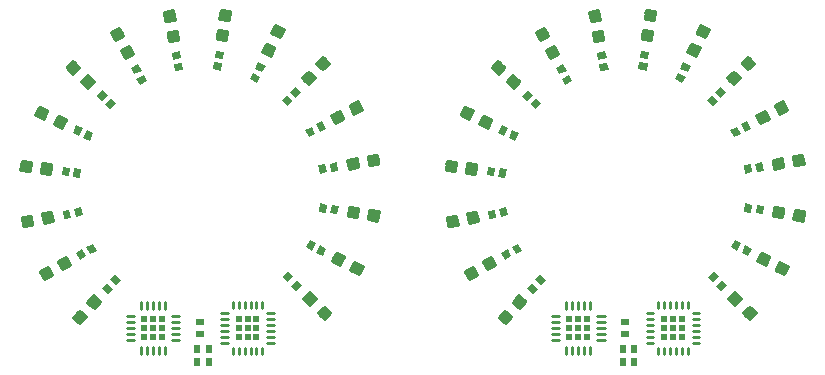
<source format=gbr>
G04 EAGLE Gerber RS-274X export*
G75*
%MOMM*%
%FSLAX34Y34*%
%LPD*%
%INSolderpaste Top*%
%IPPOS*%
%AMOC8*
5,1,8,0,0,1.08239X$1,22.5*%
G01*
%ADD10C,0.300000*%
%ADD11R,0.600000X0.700000*%
%ADD12C,0.270000*%
%ADD13R,0.500000X0.500000*%
%ADD14C,0.264000*%
%ADD15R,0.700000X0.600000*%


D10*
X120145Y119159D02*
X125247Y114367D01*
X120455Y109265D01*
X115353Y114057D01*
X120145Y119159D01*
X117421Y112115D02*
X123132Y112115D01*
X124610Y114965D02*
X116206Y114965D01*
X118883Y117815D02*
X121576Y117815D01*
X108139Y106373D02*
X113241Y101581D01*
X108449Y96479D01*
X103347Y101271D01*
X108139Y106373D01*
X105415Y99329D02*
X111126Y99329D01*
X112604Y102179D02*
X104200Y102179D01*
X106877Y105029D02*
X109570Y105029D01*
X263346Y326114D02*
X269620Y323012D01*
X263346Y326114D02*
X266448Y332388D01*
X272722Y329286D01*
X269620Y323012D01*
X271029Y325862D02*
X263856Y325862D01*
X264631Y328712D02*
X272438Y328712D01*
X268119Y331562D02*
X266040Y331562D01*
X271118Y341838D02*
X277392Y338736D01*
X271118Y341838D02*
X274220Y348112D01*
X280494Y345010D01*
X277392Y338736D01*
X278801Y341586D02*
X271628Y341586D01*
X272403Y344436D02*
X280210Y344436D01*
X275891Y347286D02*
X273812Y347286D01*
X296824Y303752D02*
X301824Y298854D01*
X296824Y303752D02*
X301722Y308752D01*
X306722Y303854D01*
X301824Y298854D01*
X304616Y301704D02*
X298915Y301704D01*
X297610Y304554D02*
X306007Y304554D01*
X303098Y307404D02*
X300401Y307404D01*
X309096Y316284D02*
X314096Y311386D01*
X309096Y316284D02*
X313994Y321284D01*
X318994Y316386D01*
X314096Y311386D01*
X316888Y314236D02*
X311187Y314236D01*
X309882Y317086D02*
X318279Y317086D01*
X315370Y319936D02*
X312673Y319936D01*
X321683Y272083D02*
X324915Y265875D01*
X321683Y272083D02*
X327891Y275315D01*
X331123Y269107D01*
X324915Y265875D01*
X323431Y268725D02*
X330389Y268725D01*
X329838Y271575D02*
X321947Y271575D01*
X326181Y274425D02*
X328354Y274425D01*
X337241Y280183D02*
X340473Y273975D01*
X337241Y280183D02*
X343449Y283415D01*
X346681Y277207D01*
X340473Y273975D01*
X338989Y276825D02*
X345947Y276825D01*
X345396Y279675D02*
X337505Y279675D01*
X341739Y282525D02*
X343912Y282525D01*
X335454Y234254D02*
X336597Y227349D01*
X335454Y234254D02*
X342359Y235397D01*
X343502Y228492D01*
X336597Y227349D01*
X336125Y230199D02*
X343219Y230199D01*
X342748Y233049D02*
X335653Y233049D01*
X352758Y237118D02*
X353901Y230213D01*
X352758Y237118D02*
X359663Y238261D01*
X360806Y231356D01*
X353901Y230213D01*
X353429Y233063D02*
X360523Y233063D01*
X360052Y235913D02*
X352957Y235913D01*
X336781Y194039D02*
X335710Y187122D01*
X336781Y194039D02*
X343698Y192968D01*
X342627Y186051D01*
X335710Y187122D01*
X335985Y188901D02*
X343068Y188901D01*
X343510Y191751D02*
X336427Y191751D01*
X354115Y191355D02*
X353044Y184438D01*
X354115Y191355D02*
X361032Y190284D01*
X359961Y183367D01*
X353044Y184438D01*
X353319Y186217D02*
X360402Y186217D01*
X360844Y189067D02*
X353761Y189067D01*
X325521Y155386D02*
X322354Y149145D01*
X325521Y155386D02*
X331762Y152219D01*
X328595Y145978D01*
X322354Y149145D01*
X322979Y148828D02*
X330041Y148828D01*
X331487Y151678D02*
X323639Y151678D01*
X325086Y154528D02*
X327212Y154528D01*
X341163Y147450D02*
X337996Y141209D01*
X341163Y147450D02*
X347404Y144283D01*
X344237Y138042D01*
X337996Y141209D01*
X338621Y140892D02*
X345683Y140892D01*
X347129Y143742D02*
X339281Y143742D01*
X340728Y146592D02*
X342854Y146592D01*
X302794Y122155D02*
X297845Y117206D01*
X302794Y122155D02*
X307743Y117206D01*
X302794Y112257D01*
X297845Y117206D01*
X299944Y115107D02*
X305644Y115107D01*
X306992Y117957D02*
X298596Y117957D01*
X301446Y120807D02*
X304142Y120807D01*
X315196Y109753D02*
X310247Y104804D01*
X315196Y109753D02*
X320145Y104804D01*
X315196Y99855D01*
X310247Y104804D01*
X312346Y102705D02*
X318046Y102705D01*
X319394Y105555D02*
X310998Y105555D01*
X313848Y108405D02*
X316544Y108405D01*
X99701Y145485D02*
X96340Y151624D01*
X99701Y145485D02*
X93562Y142124D01*
X90201Y148263D01*
X96340Y151624D01*
X98768Y144974D02*
X92002Y144974D01*
X90441Y147824D02*
X98420Y147824D01*
X96860Y150674D02*
X94605Y150674D01*
X80954Y143200D02*
X84315Y137061D01*
X78176Y133700D01*
X74815Y139839D01*
X80954Y143200D01*
X83382Y136550D02*
X76616Y136550D01*
X75055Y139400D02*
X83034Y139400D01*
X81474Y142250D02*
X79219Y142250D01*
X85104Y183004D02*
X83816Y189884D01*
X85104Y183004D02*
X78224Y181716D01*
X76936Y188596D01*
X83816Y189884D01*
X84812Y184566D02*
X77690Y184566D01*
X77157Y187416D02*
X84278Y187416D01*
X66576Y186658D02*
X67864Y179778D01*
X60984Y178490D01*
X59696Y185370D01*
X66576Y186658D01*
X67572Y181340D02*
X60450Y181340D01*
X59917Y184190D02*
X67038Y184190D01*
X82906Y223203D02*
X83819Y230142D01*
X82906Y223203D02*
X75967Y224116D01*
X76880Y231055D01*
X83819Y230142D01*
X83281Y226053D02*
X76222Y226053D01*
X76597Y228903D02*
X83656Y228903D01*
X66429Y232432D02*
X65516Y225493D01*
X58577Y226406D01*
X59490Y233345D01*
X66429Y232432D01*
X65891Y228343D02*
X58832Y228343D01*
X59207Y231193D02*
X66266Y231193D01*
X93307Y262073D02*
X96343Y268379D01*
X93307Y262073D02*
X87001Y265109D01*
X90037Y271415D01*
X96343Y268379D01*
X94679Y264923D02*
X87387Y264923D01*
X88284Y267773D02*
X96051Y267773D01*
X91682Y270623D02*
X89656Y270623D01*
X80539Y275985D02*
X77503Y269679D01*
X71197Y272715D01*
X74233Y279021D01*
X80539Y275985D01*
X78875Y272529D02*
X71583Y272529D01*
X72480Y275379D02*
X80247Y275379D01*
X75878Y278229D02*
X73852Y278229D01*
X115302Y295794D02*
X120147Y300845D01*
X115302Y295794D02*
X110251Y300639D01*
X115096Y305690D01*
X120147Y300845D01*
X118036Y298644D02*
X112331Y298644D01*
X111071Y301494D02*
X119470Y301494D01*
X116499Y304344D02*
X113805Y304344D01*
X107487Y312985D02*
X102642Y307934D01*
X97591Y312779D01*
X102436Y317830D01*
X107487Y312985D01*
X105376Y310784D02*
X99671Y310784D01*
X98411Y313634D02*
X106810Y313634D01*
X103839Y316484D02*
X101145Y316484D01*
X146697Y320998D02*
X152870Y324295D01*
X146697Y320998D02*
X143400Y327171D01*
X149573Y330468D01*
X152870Y324295D01*
X152033Y323848D02*
X145175Y323848D01*
X143653Y326698D02*
X151587Y326698D01*
X150064Y329548D02*
X147850Y329548D01*
X144608Y339767D02*
X138435Y336470D01*
X135138Y342643D01*
X141311Y345940D01*
X144608Y339767D01*
X143771Y339320D02*
X136913Y339320D01*
X135391Y342170D02*
X143325Y342170D01*
X141802Y345020D02*
X139588Y345020D01*
X184373Y335182D02*
X191266Y336397D01*
X184373Y335182D02*
X183158Y342075D01*
X190051Y343290D01*
X191266Y336397D01*
X190978Y338032D02*
X183871Y338032D01*
X183368Y340882D02*
X190475Y340882D01*
X188220Y353671D02*
X181327Y352456D01*
X180112Y359349D01*
X187005Y360564D01*
X188220Y353671D01*
X187932Y355306D02*
X180825Y355306D01*
X180322Y358156D02*
X187429Y358156D01*
X224593Y336941D02*
X231522Y335954D01*
X224593Y336941D02*
X225580Y343870D01*
X232509Y342883D01*
X231522Y335954D01*
X231928Y338804D02*
X224858Y338804D01*
X225264Y341654D02*
X232334Y341654D01*
X233994Y353320D02*
X227065Y354307D01*
X228052Y361236D01*
X234981Y360249D01*
X233994Y353320D01*
X234400Y356170D02*
X227330Y356170D01*
X227736Y359020D02*
X234806Y359020D01*
D11*
G36*
X133623Y133569D02*
X137731Y137942D01*
X142833Y133151D01*
X138725Y128778D01*
X133623Y133569D01*
G37*
G36*
X126777Y126279D02*
X130885Y130652D01*
X135987Y125861D01*
X131879Y121488D01*
X126777Y126279D01*
G37*
G36*
X260903Y305312D02*
X258245Y299934D01*
X251971Y303036D01*
X254629Y308414D01*
X260903Y305312D01*
G37*
G36*
X265333Y314276D02*
X262675Y308898D01*
X256401Y312000D01*
X259059Y317378D01*
X265333Y314276D01*
G37*
G36*
X288030Y284749D02*
X283832Y280462D01*
X278832Y285359D01*
X283030Y289646D01*
X288030Y284749D01*
G37*
G36*
X295026Y291893D02*
X290828Y287606D01*
X285828Y292503D01*
X290026Y296790D01*
X295026Y291893D01*
G37*
G36*
X307413Y256764D02*
X302092Y253994D01*
X298859Y260202D01*
X304180Y262972D01*
X307413Y256764D01*
G37*
G36*
X316283Y261382D02*
X310962Y258612D01*
X307729Y264820D01*
X313050Y267590D01*
X316283Y261382D01*
G37*
G36*
X317129Y224139D02*
X311210Y223160D01*
X310067Y230065D01*
X315986Y231044D01*
X317129Y224139D01*
G37*
G36*
X326995Y225773D02*
X321076Y224794D01*
X319933Y231699D01*
X325852Y232678D01*
X326995Y225773D01*
G37*
G36*
X316208Y190114D02*
X310279Y191032D01*
X311350Y197948D01*
X317279Y197030D01*
X316208Y190114D01*
G37*
G36*
X326090Y188584D02*
X320161Y189502D01*
X321232Y196418D01*
X327161Y195500D01*
X326090Y188584D01*
G37*
G36*
X304751Y158059D02*
X299402Y160774D01*
X302569Y167015D01*
X307918Y164300D01*
X304751Y158059D01*
G37*
G36*
X313669Y153535D02*
X308320Y156250D01*
X311487Y162491D01*
X316836Y159776D01*
X313669Y153535D01*
G37*
G36*
X283893Y131158D02*
X279650Y135401D01*
X284599Y140350D01*
X288842Y136107D01*
X283893Y131158D01*
G37*
G36*
X290965Y124086D02*
X286722Y128329D01*
X291671Y133278D01*
X295914Y129035D01*
X290965Y124086D01*
G37*
G36*
X113634Y161121D02*
X118896Y164002D01*
X122258Y157863D01*
X116996Y154982D01*
X113634Y161121D01*
G37*
G36*
X104862Y156319D02*
X110124Y159200D01*
X113486Y153061D01*
X108224Y150180D01*
X104862Y156319D01*
G37*
G36*
X103209Y193526D02*
X109105Y194630D01*
X110393Y187750D01*
X104497Y186646D01*
X103209Y193526D01*
G37*
G36*
X93379Y191686D02*
X99275Y192790D01*
X100563Y185910D01*
X94667Y184806D01*
X93379Y191686D01*
G37*
G36*
X103381Y227566D02*
X109329Y226783D01*
X108415Y219844D01*
X102467Y220627D01*
X103381Y227566D01*
G37*
G36*
X93467Y228872D02*
X99415Y228089D01*
X98501Y221150D01*
X92553Y221933D01*
X93467Y228872D01*
G37*
G36*
X114139Y259859D02*
X119545Y257257D01*
X116509Y250951D01*
X111103Y253553D01*
X114139Y259859D01*
G37*
G36*
X105129Y264195D02*
X110535Y261593D01*
X107499Y255287D01*
X102093Y257889D01*
X105129Y264195D01*
G37*
G36*
X134406Y287207D02*
X138736Y283054D01*
X133892Y278003D01*
X129562Y282156D01*
X134406Y287207D01*
G37*
G36*
X127188Y294129D02*
X131518Y289976D01*
X126674Y284925D01*
X122344Y289078D01*
X127188Y294129D01*
G37*
G36*
X162175Y306894D02*
X165001Y301603D01*
X158827Y298306D01*
X156001Y303597D01*
X162175Y306894D01*
G37*
G36*
X157465Y315716D02*
X160291Y310425D01*
X154117Y307128D01*
X151291Y312419D01*
X157465Y315716D01*
G37*
G36*
X194692Y316967D02*
X195734Y311059D01*
X188842Y309843D01*
X187800Y315751D01*
X194692Y316967D01*
G37*
G36*
X192956Y326815D02*
X193998Y320907D01*
X187106Y319691D01*
X186064Y325599D01*
X192956Y326815D01*
G37*
G36*
X228729Y316422D02*
X227884Y310483D01*
X220955Y311470D01*
X221800Y317409D01*
X228729Y316422D01*
G37*
G36*
X230139Y326322D02*
X229294Y320383D01*
X222365Y321370D01*
X223210Y327309D01*
X230139Y326322D01*
G37*
D12*
X266782Y80050D02*
X272180Y80050D01*
X272180Y85050D02*
X266782Y85050D01*
X266782Y90050D02*
X272180Y90050D01*
X272180Y95050D02*
X266782Y95050D01*
X266782Y100050D02*
X272180Y100050D01*
X272180Y105050D02*
X266782Y105050D01*
X262530Y109302D02*
X262530Y114700D01*
X257530Y114700D02*
X257530Y109302D01*
X252530Y109302D02*
X252530Y114700D01*
X247530Y114700D02*
X247530Y109302D01*
X242530Y109302D02*
X242530Y114700D01*
X237530Y114700D02*
X237530Y109302D01*
X233278Y105050D02*
X227880Y105050D01*
X227880Y100050D02*
X233278Y100050D01*
X233278Y95050D02*
X227880Y95050D01*
X227880Y90050D02*
X233278Y90050D01*
X233278Y85050D02*
X227880Y85050D01*
X227880Y80050D02*
X233278Y80050D01*
X237530Y75798D02*
X237530Y70400D01*
X242530Y70400D02*
X242530Y75798D01*
X247530Y75798D02*
X247530Y70400D01*
X252530Y70400D02*
X252530Y75798D01*
X257530Y75798D02*
X257530Y70400D01*
X262530Y70400D02*
X262530Y75798D01*
D13*
X257530Y85050D03*
X257530Y92550D03*
X257530Y100050D03*
X250030Y100050D03*
X250030Y92550D03*
X250030Y85050D03*
X242530Y85050D03*
X242530Y92550D03*
X242530Y100050D03*
D11*
X207540Y75000D03*
X217540Y75000D03*
X207540Y63750D03*
X217540Y63750D03*
D14*
X192259Y82550D02*
X186027Y82550D01*
X186027Y87550D02*
X192259Y87550D01*
X192259Y92550D02*
X186027Y92550D01*
X186027Y97550D02*
X192259Y97550D01*
X192259Y102550D02*
X186027Y102550D01*
X180020Y108557D02*
X180020Y114789D01*
X175020Y114789D02*
X175020Y108557D01*
X170020Y108557D02*
X170020Y114789D01*
X165020Y114789D02*
X165020Y108557D01*
X160020Y108557D02*
X160020Y114789D01*
X154013Y102550D02*
X147781Y102550D01*
X147781Y97550D02*
X154013Y97550D01*
X154013Y92550D02*
X147781Y92550D01*
X147781Y87550D02*
X154013Y87550D01*
X154013Y82550D02*
X147781Y82550D01*
X160020Y76543D02*
X160020Y70311D01*
X165020Y70311D02*
X165020Y76543D01*
X170020Y76543D02*
X170020Y70311D01*
X175020Y70311D02*
X175020Y76543D01*
X180020Y76543D02*
X180020Y70311D01*
D13*
X177520Y85050D03*
X177520Y92550D03*
X177520Y100050D03*
X170020Y100050D03*
X170020Y92550D03*
X170020Y85050D03*
X162520Y85050D03*
X162520Y92550D03*
X162520Y100050D03*
D15*
X209898Y97550D03*
X209898Y87550D03*
D10*
X480145Y119159D02*
X485247Y114367D01*
X480455Y109265D01*
X475353Y114057D01*
X480145Y119159D01*
X477421Y112115D02*
X483132Y112115D01*
X484610Y114965D02*
X476206Y114965D01*
X478883Y117815D02*
X481576Y117815D01*
X468139Y106373D02*
X473241Y101581D01*
X468449Y96479D01*
X463347Y101271D01*
X468139Y106373D01*
X465415Y99329D02*
X471126Y99329D01*
X472604Y102179D02*
X464200Y102179D01*
X466877Y105029D02*
X469570Y105029D01*
X623346Y326114D02*
X629620Y323012D01*
X623346Y326114D02*
X626448Y332388D01*
X632722Y329286D01*
X629620Y323012D01*
X631029Y325862D02*
X623856Y325862D01*
X624631Y328712D02*
X632438Y328712D01*
X628119Y331562D02*
X626040Y331562D01*
X631118Y341838D02*
X637392Y338736D01*
X631118Y341838D02*
X634220Y348112D01*
X640494Y345010D01*
X637392Y338736D01*
X638801Y341586D02*
X631628Y341586D01*
X632403Y344436D02*
X640210Y344436D01*
X635891Y347286D02*
X633812Y347286D01*
X656824Y303752D02*
X661824Y298854D01*
X656824Y303752D02*
X661722Y308752D01*
X666722Y303854D01*
X661824Y298854D01*
X664616Y301704D02*
X658915Y301704D01*
X657610Y304554D02*
X666007Y304554D01*
X663098Y307404D02*
X660401Y307404D01*
X669096Y316284D02*
X674096Y311386D01*
X669096Y316284D02*
X673994Y321284D01*
X678994Y316386D01*
X674096Y311386D01*
X676888Y314236D02*
X671187Y314236D01*
X669882Y317086D02*
X678279Y317086D01*
X675370Y319936D02*
X672673Y319936D01*
X681683Y272083D02*
X684915Y265875D01*
X681683Y272083D02*
X687891Y275315D01*
X691123Y269107D01*
X684915Y265875D01*
X683431Y268725D02*
X690389Y268725D01*
X689838Y271575D02*
X681947Y271575D01*
X686181Y274425D02*
X688354Y274425D01*
X697241Y280183D02*
X700473Y273975D01*
X697241Y280183D02*
X703449Y283415D01*
X706681Y277207D01*
X700473Y273975D01*
X698989Y276825D02*
X705947Y276825D01*
X705396Y279675D02*
X697505Y279675D01*
X701739Y282525D02*
X703912Y282525D01*
X695454Y234254D02*
X696597Y227349D01*
X695454Y234254D02*
X702359Y235397D01*
X703502Y228492D01*
X696597Y227349D01*
X696125Y230199D02*
X703219Y230199D01*
X702748Y233049D02*
X695653Y233049D01*
X712758Y237118D02*
X713901Y230213D01*
X712758Y237118D02*
X719663Y238261D01*
X720806Y231356D01*
X713901Y230213D01*
X713429Y233063D02*
X720523Y233063D01*
X720052Y235913D02*
X712957Y235913D01*
X696781Y194039D02*
X695710Y187122D01*
X696781Y194039D02*
X703698Y192968D01*
X702627Y186051D01*
X695710Y187122D01*
X695985Y188901D02*
X703068Y188901D01*
X703510Y191751D02*
X696427Y191751D01*
X714115Y191355D02*
X713044Y184438D01*
X714115Y191355D02*
X721032Y190284D01*
X719961Y183367D01*
X713044Y184438D01*
X713319Y186217D02*
X720402Y186217D01*
X720844Y189067D02*
X713761Y189067D01*
X685521Y155386D02*
X682354Y149145D01*
X685521Y155386D02*
X691762Y152219D01*
X688595Y145978D01*
X682354Y149145D01*
X682979Y148828D02*
X690041Y148828D01*
X691487Y151678D02*
X683639Y151678D01*
X685086Y154528D02*
X687212Y154528D01*
X701163Y147450D02*
X697996Y141209D01*
X701163Y147450D02*
X707404Y144283D01*
X704237Y138042D01*
X697996Y141209D01*
X698621Y140892D02*
X705683Y140892D01*
X707129Y143742D02*
X699281Y143742D01*
X700728Y146592D02*
X702854Y146592D01*
X662794Y122155D02*
X657845Y117206D01*
X662794Y122155D02*
X667743Y117206D01*
X662794Y112257D01*
X657845Y117206D01*
X659944Y115107D02*
X665644Y115107D01*
X666992Y117957D02*
X658596Y117957D01*
X661446Y120807D02*
X664142Y120807D01*
X675196Y109753D02*
X670247Y104804D01*
X675196Y109753D02*
X680145Y104804D01*
X675196Y99855D01*
X670247Y104804D01*
X672346Y102705D02*
X678046Y102705D01*
X679394Y105555D02*
X670998Y105555D01*
X673848Y108405D02*
X676544Y108405D01*
X459701Y145485D02*
X456340Y151624D01*
X459701Y145485D02*
X453562Y142124D01*
X450201Y148263D01*
X456340Y151624D01*
X458768Y144974D02*
X452002Y144974D01*
X450441Y147824D02*
X458420Y147824D01*
X456860Y150674D02*
X454605Y150674D01*
X440954Y143200D02*
X444315Y137061D01*
X438176Y133700D01*
X434815Y139839D01*
X440954Y143200D01*
X443382Y136550D02*
X436616Y136550D01*
X435055Y139400D02*
X443034Y139400D01*
X441474Y142250D02*
X439219Y142250D01*
X445104Y183004D02*
X443816Y189884D01*
X445104Y183004D02*
X438224Y181716D01*
X436936Y188596D01*
X443816Y189884D01*
X444812Y184566D02*
X437690Y184566D01*
X437157Y187416D02*
X444278Y187416D01*
X426576Y186658D02*
X427864Y179778D01*
X420984Y178490D01*
X419696Y185370D01*
X426576Y186658D01*
X427572Y181340D02*
X420450Y181340D01*
X419917Y184190D02*
X427038Y184190D01*
X442906Y223203D02*
X443819Y230142D01*
X442906Y223203D02*
X435967Y224116D01*
X436880Y231055D01*
X443819Y230142D01*
X443281Y226053D02*
X436222Y226053D01*
X436597Y228903D02*
X443656Y228903D01*
X426429Y232432D02*
X425516Y225493D01*
X418577Y226406D01*
X419490Y233345D01*
X426429Y232432D01*
X425891Y228343D02*
X418832Y228343D01*
X419207Y231193D02*
X426266Y231193D01*
X453307Y262073D02*
X456343Y268379D01*
X453307Y262073D02*
X447001Y265109D01*
X450037Y271415D01*
X456343Y268379D01*
X454679Y264923D02*
X447387Y264923D01*
X448284Y267773D02*
X456051Y267773D01*
X451682Y270623D02*
X449656Y270623D01*
X440539Y275985D02*
X437503Y269679D01*
X431197Y272715D01*
X434233Y279021D01*
X440539Y275985D01*
X438875Y272529D02*
X431583Y272529D01*
X432480Y275379D02*
X440247Y275379D01*
X435878Y278229D02*
X433852Y278229D01*
X475302Y295794D02*
X480147Y300845D01*
X475302Y295794D02*
X470251Y300639D01*
X475096Y305690D01*
X480147Y300845D01*
X478036Y298644D02*
X472331Y298644D01*
X471071Y301494D02*
X479470Y301494D01*
X476499Y304344D02*
X473805Y304344D01*
X467487Y312985D02*
X462642Y307934D01*
X457591Y312779D01*
X462436Y317830D01*
X467487Y312985D01*
X465376Y310784D02*
X459671Y310784D01*
X458411Y313634D02*
X466810Y313634D01*
X463839Y316484D02*
X461145Y316484D01*
X506697Y320998D02*
X512870Y324295D01*
X506697Y320998D02*
X503400Y327171D01*
X509573Y330468D01*
X512870Y324295D01*
X512033Y323848D02*
X505175Y323848D01*
X503653Y326698D02*
X511587Y326698D01*
X510064Y329548D02*
X507850Y329548D01*
X504608Y339767D02*
X498435Y336470D01*
X495138Y342643D01*
X501311Y345940D01*
X504608Y339767D01*
X503771Y339320D02*
X496913Y339320D01*
X495391Y342170D02*
X503325Y342170D01*
X501802Y345020D02*
X499588Y345020D01*
X544373Y335182D02*
X551266Y336397D01*
X544373Y335182D02*
X543158Y342075D01*
X550051Y343290D01*
X551266Y336397D01*
X550978Y338032D02*
X543871Y338032D01*
X543368Y340882D02*
X550475Y340882D01*
X548220Y353671D02*
X541327Y352456D01*
X540112Y359349D01*
X547005Y360564D01*
X548220Y353671D01*
X547932Y355306D02*
X540825Y355306D01*
X540322Y358156D02*
X547429Y358156D01*
X584593Y336941D02*
X591522Y335954D01*
X584593Y336941D02*
X585580Y343870D01*
X592509Y342883D01*
X591522Y335954D01*
X591928Y338804D02*
X584858Y338804D01*
X585264Y341654D02*
X592334Y341654D01*
X593994Y353320D02*
X587065Y354307D01*
X588052Y361236D01*
X594981Y360249D01*
X593994Y353320D01*
X594400Y356170D02*
X587330Y356170D01*
X587736Y359020D02*
X594806Y359020D01*
D11*
G36*
X493623Y133569D02*
X497731Y137942D01*
X502833Y133151D01*
X498725Y128778D01*
X493623Y133569D01*
G37*
G36*
X486777Y126279D02*
X490885Y130652D01*
X495987Y125861D01*
X491879Y121488D01*
X486777Y126279D01*
G37*
G36*
X620903Y305312D02*
X618245Y299934D01*
X611971Y303036D01*
X614629Y308414D01*
X620903Y305312D01*
G37*
G36*
X625333Y314276D02*
X622675Y308898D01*
X616401Y312000D01*
X619059Y317378D01*
X625333Y314276D01*
G37*
G36*
X648030Y284749D02*
X643832Y280462D01*
X638832Y285359D01*
X643030Y289646D01*
X648030Y284749D01*
G37*
G36*
X655026Y291893D02*
X650828Y287606D01*
X645828Y292503D01*
X650026Y296790D01*
X655026Y291893D01*
G37*
G36*
X667413Y256764D02*
X662092Y253994D01*
X658859Y260202D01*
X664180Y262972D01*
X667413Y256764D01*
G37*
G36*
X676283Y261382D02*
X670962Y258612D01*
X667729Y264820D01*
X673050Y267590D01*
X676283Y261382D01*
G37*
G36*
X677129Y224139D02*
X671210Y223160D01*
X670067Y230065D01*
X675986Y231044D01*
X677129Y224139D01*
G37*
G36*
X686995Y225773D02*
X681076Y224794D01*
X679933Y231699D01*
X685852Y232678D01*
X686995Y225773D01*
G37*
G36*
X676208Y190114D02*
X670279Y191032D01*
X671350Y197948D01*
X677279Y197030D01*
X676208Y190114D01*
G37*
G36*
X686090Y188584D02*
X680161Y189502D01*
X681232Y196418D01*
X687161Y195500D01*
X686090Y188584D01*
G37*
G36*
X664751Y158059D02*
X659402Y160774D01*
X662569Y167015D01*
X667918Y164300D01*
X664751Y158059D01*
G37*
G36*
X673669Y153535D02*
X668320Y156250D01*
X671487Y162491D01*
X676836Y159776D01*
X673669Y153535D01*
G37*
G36*
X643893Y131158D02*
X639650Y135401D01*
X644599Y140350D01*
X648842Y136107D01*
X643893Y131158D01*
G37*
G36*
X650965Y124086D02*
X646722Y128329D01*
X651671Y133278D01*
X655914Y129035D01*
X650965Y124086D01*
G37*
G36*
X473634Y161121D02*
X478896Y164002D01*
X482258Y157863D01*
X476996Y154982D01*
X473634Y161121D01*
G37*
G36*
X464862Y156319D02*
X470124Y159200D01*
X473486Y153061D01*
X468224Y150180D01*
X464862Y156319D01*
G37*
G36*
X463209Y193526D02*
X469105Y194630D01*
X470393Y187750D01*
X464497Y186646D01*
X463209Y193526D01*
G37*
G36*
X453379Y191686D02*
X459275Y192790D01*
X460563Y185910D01*
X454667Y184806D01*
X453379Y191686D01*
G37*
G36*
X463381Y227566D02*
X469329Y226783D01*
X468415Y219844D01*
X462467Y220627D01*
X463381Y227566D01*
G37*
G36*
X453467Y228872D02*
X459415Y228089D01*
X458501Y221150D01*
X452553Y221933D01*
X453467Y228872D01*
G37*
G36*
X474139Y259859D02*
X479545Y257257D01*
X476509Y250951D01*
X471103Y253553D01*
X474139Y259859D01*
G37*
G36*
X465129Y264195D02*
X470535Y261593D01*
X467499Y255287D01*
X462093Y257889D01*
X465129Y264195D01*
G37*
G36*
X494406Y287207D02*
X498736Y283054D01*
X493892Y278003D01*
X489562Y282156D01*
X494406Y287207D01*
G37*
G36*
X487188Y294129D02*
X491518Y289976D01*
X486674Y284925D01*
X482344Y289078D01*
X487188Y294129D01*
G37*
G36*
X522175Y306894D02*
X525001Y301603D01*
X518827Y298306D01*
X516001Y303597D01*
X522175Y306894D01*
G37*
G36*
X517465Y315716D02*
X520291Y310425D01*
X514117Y307128D01*
X511291Y312419D01*
X517465Y315716D01*
G37*
G36*
X554692Y316967D02*
X555734Y311059D01*
X548842Y309843D01*
X547800Y315751D01*
X554692Y316967D01*
G37*
G36*
X552956Y326815D02*
X553998Y320907D01*
X547106Y319691D01*
X546064Y325599D01*
X552956Y326815D01*
G37*
G36*
X588729Y316422D02*
X587884Y310483D01*
X580955Y311470D01*
X581800Y317409D01*
X588729Y316422D01*
G37*
G36*
X590139Y326322D02*
X589294Y320383D01*
X582365Y321370D01*
X583210Y327309D01*
X590139Y326322D01*
G37*
D12*
X626782Y80050D02*
X632180Y80050D01*
X632180Y85050D02*
X626782Y85050D01*
X626782Y90050D02*
X632180Y90050D01*
X632180Y95050D02*
X626782Y95050D01*
X626782Y100050D02*
X632180Y100050D01*
X632180Y105050D02*
X626782Y105050D01*
X622530Y109302D02*
X622530Y114700D01*
X617530Y114700D02*
X617530Y109302D01*
X612530Y109302D02*
X612530Y114700D01*
X607530Y114700D02*
X607530Y109302D01*
X602530Y109302D02*
X602530Y114700D01*
X597530Y114700D02*
X597530Y109302D01*
X593278Y105050D02*
X587880Y105050D01*
X587880Y100050D02*
X593278Y100050D01*
X593278Y95050D02*
X587880Y95050D01*
X587880Y90050D02*
X593278Y90050D01*
X593278Y85050D02*
X587880Y85050D01*
X587880Y80050D02*
X593278Y80050D01*
X597530Y75798D02*
X597530Y70400D01*
X602530Y70400D02*
X602530Y75798D01*
X607530Y75798D02*
X607530Y70400D01*
X612530Y70400D02*
X612530Y75798D01*
X617530Y75798D02*
X617530Y70400D01*
X622530Y70400D02*
X622530Y75798D01*
D13*
X617530Y85050D03*
X617530Y92550D03*
X617530Y100050D03*
X610030Y100050D03*
X610030Y92550D03*
X610030Y85050D03*
X602530Y85050D03*
X602530Y92550D03*
X602530Y100050D03*
D11*
X567540Y75000D03*
X577540Y75000D03*
X567540Y63750D03*
X577540Y63750D03*
D14*
X552259Y82550D02*
X546027Y82550D01*
X546027Y87550D02*
X552259Y87550D01*
X552259Y92550D02*
X546027Y92550D01*
X546027Y97550D02*
X552259Y97550D01*
X552259Y102550D02*
X546027Y102550D01*
X540020Y108557D02*
X540020Y114789D01*
X535020Y114789D02*
X535020Y108557D01*
X530020Y108557D02*
X530020Y114789D01*
X525020Y114789D02*
X525020Y108557D01*
X520020Y108557D02*
X520020Y114789D01*
X514013Y102550D02*
X507781Y102550D01*
X507781Y97550D02*
X514013Y97550D01*
X514013Y92550D02*
X507781Y92550D01*
X507781Y87550D02*
X514013Y87550D01*
X514013Y82550D02*
X507781Y82550D01*
X520020Y76543D02*
X520020Y70311D01*
X525020Y70311D02*
X525020Y76543D01*
X530020Y76543D02*
X530020Y70311D01*
X535020Y70311D02*
X535020Y76543D01*
X540020Y76543D02*
X540020Y70311D01*
D13*
X537520Y85050D03*
X537520Y92550D03*
X537520Y100050D03*
X530020Y100050D03*
X530020Y92550D03*
X530020Y85050D03*
X522520Y85050D03*
X522520Y92550D03*
X522520Y100050D03*
D15*
X569898Y97550D03*
X569898Y87550D03*
M02*

</source>
